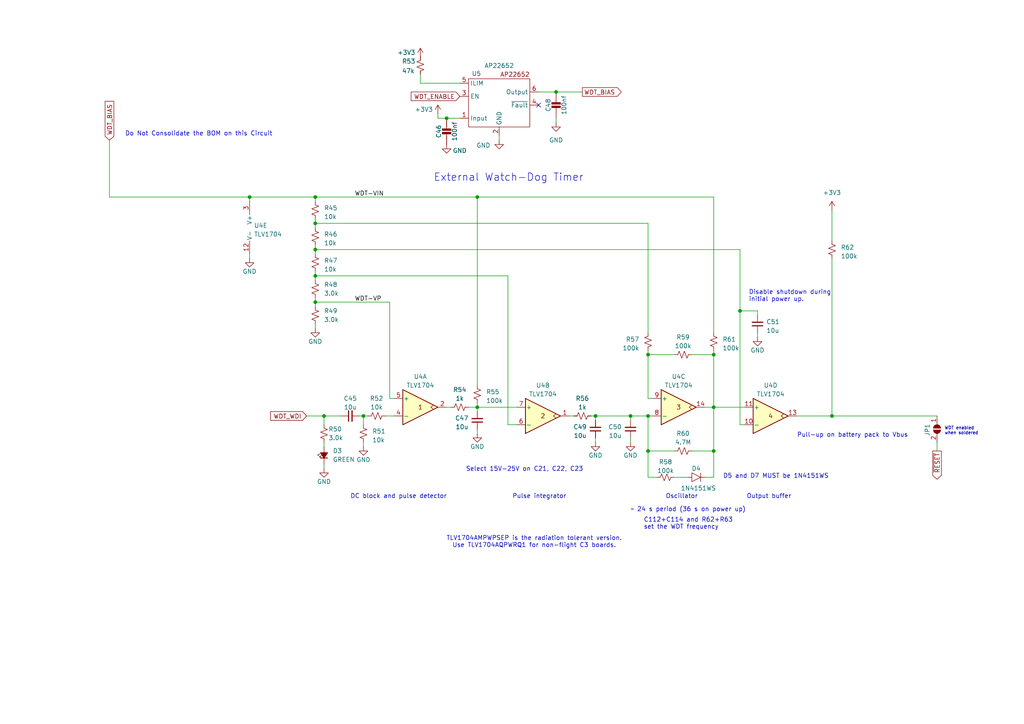
<source format=kicad_sch>
(kicad_sch (version 20250114) (generator "eeschema") (generator_version "9.0")
  (paper "A4")
  (lib_symbols
    (symbol "Adafruit ItsyBitsy RP2040-eagle-import:CAP_CERAMIC_0402NO"
      (property "Reference" "C" (at -2.29 1.25 90))
      (property "Value" "CAP_CERAMIC_0402NO" (at 2.3 1.25 90))
      (symbol "CAP_CERAMIC_0402NO_1_0"
        (rectangle (start -1.27 1.524) (end 1.27 2.032) (fill (type outline)))
        (rectangle (start -1.27 0.508) (end 1.27 1.016) (fill (type outline)))
        (polyline (pts (xy 0 2.54) (xy 0 1.778)) (stroke (width 0.1524)))
        (polyline (pts (xy 0 0.762) (xy 0 0)) (stroke (width 0.1524)))
        (pin passive line (at 0 5.08 270) (length 2.54) (name "1") (number "1"))
        (pin passive line (at 0 -2.54 90) (length 2.54) (name "2") (number "2"))
      )
    )
    (symbol "Device:C_Small" (pin_numbers (hide yes)) (pin_names (offset 0.254) (hide yes))
      (property "Reference" "C" (at 0.254 1.778 0))
      (property "Value" "C_Small" (at 0.254 -2.032 0))
      (symbol "C_Small_0_1"
        (polyline (pts (xy -1.524 0.508) (xy 1.524 0.508)) (stroke (width 0.3048)))
        (polyline (pts (xy -1.524 -0.508) (xy 1.524 -0.508)) (stroke (width 0.3302)))
      )
      (symbol "C_Small_1_1"
        (pin passive line (at 0 2.54 270) (length 2.032) (name "~") (number "1"))
        (pin passive line (at 0 -2.54 90) (length 2.032) (name "~") (number "2"))
      )
    )
    (symbol "Device:LED_Small_Filled" (pin_numbers (hide yes)) (pin_names (offset 0.254) (hide yes))
      (property "Reference" "D" (at -1.27 3.175 0))
      (property "Value" "LED_Small_Filled" (at -4.445 -2.54 0))
      (symbol "LED_Small_Filled_0_1"
        (polyline (pts (xy -0.762 -1.016) (xy -0.762 1.016)) (stroke (width 0.254)))
        (polyline (pts (xy 0 0.762) (xy -0.508 1.27) (xy -0.254 1.27) (xy -0.508 1.27) (xy -0.508 1.016)))
        (polyline (pts (xy 0.508 1.27) (xy 0 1.778) (xy 0.254 1.778) (xy 0 1.778) (xy 0 1.524)))
        (polyline (pts (xy 0.762 -1.016) (xy -0.762 0) (xy 0.762 1.016) (xy 0.762 -1.016)) (stroke (width 0.254)) (fill (type outline)))
        (polyline (pts (xy 1.016 0) (xy -0.762 0)))
      )
      (symbol "LED_Small_Filled_1_1"
        (pin passive line (at -2.54 0 0) (length 1.778) (name "K") (number "1"))
        (pin passive line (at 2.54 0 180) (length 1.778) (name "A") (number "2"))
      )
    )
    (symbol "Device:R_Small_US" (pin_numbers (hide yes)) (pin_names (offset 0.254) (hide yes))
      (property "Reference" "R" (at 0.762 0.508 0))
      (property "Value" "R_Small_US" (at 0.762 -1.016 0))
      (symbol "R_Small_US_1_1"
        (polyline (pts (xy 0 1.524) (xy 1.016 1.143) (xy 0 0.762) (xy -1.016 0.381) (xy 0 0)))
        (polyline (pts (xy 0 0) (xy 1.016 -0.381) (xy 0 -0.762) (xy -1.016 -1.143) (xy 0 -1.524)))
        (pin passive line (at 0 2.54 270) (length 1.016) (name "~") (number "1"))
        (pin passive line (at 0 -2.54 90) (length 1.016) (name "~") (number "2"))
      )
    )
    (symbol "GND_1" (power) (pin_numbers (hide yes)) (pin_names (offset 0) (hide yes))
      (property "Value" "GND" (at 0 -3.81 0))
      (symbol "GND_1_0_1"
        (polyline (pts (xy 0 0) (xy 0 -1.27) (xy 1.27 -1.27) (xy 0 -2.54) (xy -1.27 -1.27) (xy 0 -1.27)))
      )
      (symbol "GND_1_1_1"
        (pin power_in line (at 0 0 270) (length 0) (name "~") (number "1"))
      )
    )
    (symbol "Jumper:SolderJumper_2_Open" (pin_names (offset 0) (hide yes))
      (property "Reference" "JP" (at 0 2.032 0))
      (property "Value" "SolderJumper_2_Open" (at 0 -2.54 0))
      (symbol "SolderJumper_2_Open_0_1"
        (polyline (pts (xy -0.254 1.016) (xy -0.254 -1.016)))
        (arc (start -0.254 -1.016) (mid -1.2656 0) (end -0.254 1.016))
        (arc (start -0.254 -1.016) (mid -1.2656 0) (end -0.254 1.016) (fill (type outline)))
        (arc (start 0.254 1.016) (mid 1.2656 0) (end 0.254 -1.016))
        (arc (start 0.254 1.016) (mid 1.2656 0) (end 0.254 -1.016) (fill (type outline)))
        (polyline (pts (xy 0.254 1.016) (xy 0.254 -1.016)))
      )
      (symbol "SolderJumper_2_Open_1_1"
        (pin passive line (at -3.81 0 0) (length 2.54) (name "A") (number "1"))
        (pin passive line (at 3.81 0 180) (length 2.54) (name "B") (number "2"))
      )
    )
    (symbol "Power_Management:AP22652"
      (property "Reference" "U" (at -7.874 9.906 0))
      (symbol "AP22652_0_1"
        (rectangle (start -8.89 8.89) (end 8.89 -5.08))
      )
      (symbol "AP22652_1_1"
        (text "AP22652" (at 4.572 10.16 0) (effects (font (size 1.27 1.27))))
        (pin input line (at -11.43 7.62 0) (length 2.54) (name "ILIM") (number "5"))
        (pin input line (at -11.43 3.81 0) (length 2.54) (name "EN") (number "3"))
        (pin input line (at -11.43 -2.54 0) (length 2.54) (name "Input") (number "1"))
        (pin input line (at 0 -7.62 90) (length 2.54) (name "GND") (number "2"))
        (pin output line (at 11.43 5.08 180) (length 2.54) (name "Output") (number "6"))
        (pin output line (at 11.43 1.27 180) (length 2.54) (name "~{Fault}") (number "4"))
      )
    )
    (symbol "TLV1704AIPWR_1" (pin_names (offset 0.127))
      (property "Reference" "U" (at 0 5.08 0))
      (property "Value" "TLV1704AIPWR" (at 0 -5.08 0))
      (symbol "TLV1704AIPWR_1_1_1"
        (polyline (pts (xy -5.08 5.08) (xy 5.08 0) (xy -5.08 -5.08) (xy -5.08 5.08)) (stroke (width 0.254)) (fill (type background)))
        (polyline (pts (xy 3.048 0) (xy 3.81 -0.635)))
        (polyline (pts (xy 3.81 0.635) (xy 3.048 0)))
        (text "1" (at 0 0 0) (effects (font (size 1.27 1.27))))
        (pin input line (at -7.62 2.54 0) (length 2.54) (name "+") (number "5"))
        (pin input line (at -7.62 -2.54 0) (length 2.54) (name "-") (number "4"))
        (pin open_collector line (at 7.62 0 180) (length 2.54) (name "~") (number "2"))
      )
      (symbol "TLV1704AIPWR_1_2_1"
        (polyline (pts (xy -5.08 5.08) (xy 5.08 0) (xy -5.08 -5.08) (xy -5.08 5.08)) (stroke (width 0.254)) (fill (type background)))
        (polyline (pts (xy 3.048 0) (xy 3.81 -0.635)))
        (polyline (pts (xy 3.81 0.635) (xy 3.048 0)))
        (text "2" (at 0 0 0) (effects (font (size 1.27 1.27))))
        (pin input line (at -7.62 2.54 0) (length 2.54) (name "+") (number "7"))
        (pin input line (at -7.62 -2.54 0) (length 2.54) (name "-") (number "6"))
        (pin open_collector line (at 7.62 0 180) (length 2.54) (name "~") (number "1"))
      )
      (symbol "TLV1704AIPWR_1_3_1"
        (polyline (pts (xy -5.08 5.08) (xy 5.08 0) (xy -5.08 -5.08) (xy -5.08 5.08)) (stroke (width 0.254)) (fill (type background)))
        (polyline (pts (xy 3.048 0) (xy 3.81 -0.635)))
        (polyline (pts (xy 3.81 0.635) (xy 3.048 0)))
        (text "3" (at 0 0 0) (effects (font (size 1.27 1.27))))
        (pin input line (at -7.62 2.54 0) (length 2.54) (name "+") (number "9"))
        (pin input line (at -7.62 -2.54 0) (length 2.54) (name "-") (number "8"))
        (pin open_collector line (at 7.62 0 180) (length 2.54) (name "~") (number "14"))
      )
      (symbol "TLV1704AIPWR_1_4_1"
        (polyline (pts (xy -5.08 5.08) (xy 5.08 0) (xy -5.08 -5.08) (xy -5.08 5.08)) (stroke (width 0.254)) (fill (type background)))
        (polyline (pts (xy 3.048 0) (xy 3.81 -0.635)))
        (polyline (pts (xy 3.81 0.635) (xy 3.048 0)))
        (text "4" (at 0 0 0) (effects (font (size 1.27 1.27))))
        (pin input line (at -7.62 2.54 0) (length 2.54) (name "+") (number "11"))
        (pin input line (at -7.62 -2.54 0) (length 2.54) (name "-") (number "10"))
        (pin open_collector line (at 7.62 0 180) (length 2.54) (name "~") (number "13"))
      )
      (symbol "TLV1704AIPWR_1_5_1"
        (pin power_in line (at -2.54 7.62 270) (length 3.81) (name "V+") (number "3"))
        (pin power_in line (at -2.54 -7.62 90) (length 3.81) (name "V-") (number "12"))
      )
    )
    (symbol "TLV1704AIPWR_2" (pin_names (offset 0.127))
      (property "Reference" "U" (at 0 5.08 0))
      (property "Value" "TLV1704AIPWR" (at 0 -5.08 0))
      (symbol "TLV1704AIPWR_2_1_1"
        (polyline (pts (xy -5.08 5.08) (xy 5.08 0) (xy -5.08 -5.08) (xy -5.08 5.08)) (stroke (width 0.254)) (fill (type background)))
        (polyline (pts (xy 3.048 0) (xy 3.81 -0.635)))
        (polyline (pts (xy 3.81 0.635) (xy 3.048 0)))
        (text "1" (at 0 0 0) (effects (font (size 1.27 1.27))))
        (pin input line (at -7.62 2.54 0) (length 2.54) (name "+") (number "5"))
        (pin input line (at -7.62 -2.54 0) (length 2.54) (name "-") (number "4"))
        (pin open_collector line (at 7.62 0 180) (length 2.54) (name "~") (number "2"))
      )
      (symbol "TLV1704AIPWR_2_2_1"
        (polyline (pts (xy -5.08 5.08) (xy 5.08 0) (xy -5.08 -5.08) (xy -5.08 5.08)) (stroke (width 0.254)) (fill (type background)))
        (polyline (pts (xy 3.048 0) (xy 3.81 -0.635)))
        (polyline (pts (xy 3.81 0.635) (xy 3.048 0)))
        (text "2" (at 0 0 0) (effects (font (size 1.27 1.27))))
        (pin input line (at -7.62 2.54 0) (length 2.54) (name "+") (number "7"))
        (pin input line (at -7.62 -2.54 0) (length 2.54) (name "-") (number "6"))
        (pin open_collector line (at 7.62 0 180) (length 2.54) (name "~") (number "1"))
      )
      (symbol "TLV1704AIPWR_2_3_1"
        (polyline (pts (xy -5.08 5.08) (xy 5.08 0) (xy -5.08 -5.08) (xy -5.08 5.08)) (stroke (width 0.254)) (fill (type background)))
        (polyline (pts (xy 3.048 0) (xy 3.81 -0.635)))
        (polyline (pts (xy 3.81 0.635) (xy 3.048 0)))
        (text "3" (at 0 0 0) (effects (font (size 1.27 1.27))))
        (pin input line (at -7.62 2.54 0) (length 2.54) (name "+") (number "9"))
        (pin input line (at -7.62 -2.54 0) (length 2.54) (name "-") (number "8"))
        (pin open_collector line (at 7.62 0 180) (length 2.54) (name "~") (number "14"))
      )
      (symbol "TLV1704AIPWR_2_4_1"
        (polyline (pts (xy -5.08 5.08) (xy 5.08 0) (xy -5.08 -5.08) (xy -5.08 5.08)) (stroke (width 0.254)) (fill (type background)))
        (polyline (pts (xy 3.048 0) (xy 3.81 -0.635)))
        (polyline (pts (xy 3.81 0.635) (xy 3.048 0)))
        (text "4" (at 0 0 0) (effects (font (size 1.27 1.27))))
        (pin input line (at -7.62 2.54 0) (length 2.54) (name "+") (number "11"))
        (pin input line (at -7.62 -2.54 0) (length 2.54) (name "-") (number "10"))
        (pin open_collector line (at 7.62 0 180) (length 2.54) (name "~") (number "13"))
      )
      (symbol "TLV1704AIPWR_2_5_1"
        (pin power_in line (at -2.54 7.62 270) (length 3.81) (name "V+") (number "3"))
        (pin power_in line (at -2.54 -7.62 90) (length 3.81) (name "V-") (number "12"))
      )
    )
    (symbol "TLV1704AIPWR_3" (pin_names (offset 0.127))
      (property "Reference" "U" (at 0 5.08 0))
      (property "Value" "TLV1704AIPWR" (at 0 -5.08 0))
      (symbol "TLV1704AIPWR_3_1_1"
        (polyline (pts (xy -5.08 5.08) (xy 5.08 0) (xy -5.08 -5.08) (xy -5.08 5.08)) (stroke (width 0.254)) (fill (type background)))
        (polyline (pts (xy 3.048 0) (xy 3.81 -0.635)))
        (polyline (pts (xy 3.81 0.635) (xy 3.048 0)))
        (text "1" (at 0 0 0) (effects (font (size 1.27 1.27))))
        (pin input line (at -7.62 2.54 0) (length 2.54) (name "+") (number "5"))
        (pin input line (at -7.62 -2.54 0) (length 2.54) (name "-") (number "4"))
        (pin open_collector line (at 7.62 0 180) (length 2.54) (name "~") (number "2"))
      )
      (symbol "TLV1704AIPWR_3_2_1"
        (polyline (pts (xy -5.08 5.08) (xy 5.08 0) (xy -5.08 -5.08) (xy -5.08 5.08)) (stroke (width 0.254)) (fill (type background)))
        (polyline (pts (xy 3.048 0) (xy 3.81 -0.635)))
        (polyline (pts (xy 3.81 0.635) (xy 3.048 0)))
        (text "2" (at 0 0 0) (effects (font (size 1.27 1.27))))
        (pin input line (at -7.62 2.54 0) (length 2.54) (name "+") (number "7"))
        (pin input line (at -7.62 -2.54 0) (length 2.54) (name "-") (number "6"))
        (pin open_collector line (at 7.62 0 180) (length 2.54) (name "~") (number "1"))
      )
      (symbol "TLV1704AIPWR_3_3_1"
        (polyline (pts (xy -5.08 5.08) (xy 5.08 0) (xy -5.08 -5.08) (xy -5.08 5.08)) (stroke (width 0.254)) (fill (type background)))
        (polyline (pts (xy 3.048 0) (xy 3.81 -0.635)))
        (polyline (pts (xy 3.81 0.635) (xy 3.048 0)))
        (text "3" (at 0 0 0) (effects (font (size 1.27 1.27))))
        (pin input line (at -7.62 2.54 0) (length 2.54) (name "+") (number "9"))
        (pin input line (at -7.62 -2.54 0) (length 2.54) (name "-") (number "8"))
        (pin open_collector line (at 7.62 0 180) (length 2.54) (name "~") (number "14"))
      )
      (symbol "TLV1704AIPWR_3_4_1"
        (polyline (pts (xy -5.08 5.08) (xy 5.08 0) (xy -5.08 -5.08) (xy -5.08 5.08)) (stroke (width 0.254)) (fill (type background)))
        (polyline (pts (xy 3.048 0) (xy 3.81 -0.635)))
        (polyline (pts (xy 3.81 0.635) (xy 3.048 0)))
        (text "4" (at 0 0 0) (effects (font (size 1.27 1.27))))
        (pin input line (at -7.62 2.54 0) (length 2.54) (name "+") (number "11"))
        (pin input line (at -7.62 -2.54 0) (length 2.54) (name "-") (number "10"))
        (pin open_collector line (at 7.62 0 180) (length 2.54) (name "~") (number "13"))
      )
      (symbol "TLV1704AIPWR_3_5_1"
        (pin power_in line (at -2.54 7.62 270) (length 3.81) (name "V+") (number "3"))
        (pin power_in line (at -2.54 -7.62 90) (length 3.81) (name "V-") (number "12"))
      )
    )
    (symbol "TLV1704AIPWR_4" (pin_names (offset 0.127))
      (property "Reference" "U" (at 0 5.08 0))
      (property "Value" "TLV1704AIPWR" (at 0 -5.08 0))
      (symbol "TLV1704AIPWR_4_1_1"
        (polyline (pts (xy -5.08 5.08) (xy 5.08 0) (xy -5.08 -5.08) (xy -5.08 5.08)) (stroke (width 0.254)) (fill (type background)))
        (polyline (pts (xy 3.048 0) (xy 3.81 -0.635)))
        (polyline (pts (xy 3.81 0.635) (xy 3.048 0)))
        (text "1" (at 0 0 0) (effects (font (size 1.27 1.27))))
        (pin input line (at -7.62 2.54 0) (length 2.54) (name "+") (number "5"))
        (pin input line (at -7.62 -2.54 0) (length 2.54) (name "-") (number "4"))
        (pin open_collector line (at 7.62 0 180) (length 2.54) (name "~") (number "2"))
      )
      (symbol "TLV1704AIPWR_4_2_1"
        (polyline (pts (xy -5.08 5.08) (xy 5.08 0) (xy -5.08 -5.08) (xy -5.08 5.08)) (stroke (width 0.254)) (fill (type background)))
        (polyline (pts (xy 3.048 0) (xy 3.81 -0.635)))
        (polyline (pts (xy 3.81 0.635) (xy 3.048 0)))
        (text "2" (at 0 0 0) (effects (font (size 1.27 1.27))))
        (pin input line (at -7.62 2.54 0) (length 2.54) (name "+") (number "7"))
        (pin input line (at -7.62 -2.54 0) (length 2.54) (name "-") (number "6"))
        (pin open_collector line (at 7.62 0 180) (length 2.54) (name "~") (number "1"))
      )
      (symbol "TLV1704AIPWR_4_3_1"
        (polyline (pts (xy -5.08 5.08) (xy 5.08 0) (xy -5.08 -5.08) (xy -5.08 5.08)) (stroke (width 0.254)) (fill (type background)))
        (polyline (pts (xy 3.048 0) (xy 3.81 -0.635)))
        (polyline (pts (xy 3.81 0.635) (xy 3.048 0)))
        (text "3" (at 0 0 0) (effects (font (size 1.27 1.27))))
        (pin input line (at -7.62 2.54 0) (length 2.54) (name "+") (number "9"))
        (pin input line (at -7.62 -2.54 0) (length 2.54) (name "-") (number "8"))
        (pin open_collector line (at 7.62 0 180) (length 2.54) (name "~") (number "14"))
      )
      (symbol "TLV1704AIPWR_4_4_1"
        (polyline (pts (xy -5.08 5.08) (xy 5.08 0) (xy -5.08 -5.08) (xy -5.08 5.08)) (stroke (width 0.254)) (fill (type background)))
        (polyline (pts (xy 3.048 0) (xy 3.81 -0.635)))
        (polyline (pts (xy 3.81 0.635) (xy 3.048 0)))
        (text "4" (at 0 0 0) (effects (font (size 1.27 1.27))))
        (pin input line (at -7.62 2.54 0) (length 2.54) (name "+") (number "11"))
        (pin input line (at -7.62 -2.54 0) (length 2.54) (name "-") (number "10"))
        (pin open_collector line (at 7.62 0 180) (length 2.54) (name "~") (number "13"))
      )
      (symbol "TLV1704AIPWR_4_5_1"
        (pin power_in line (at -2.54 7.62 270) (length 3.81) (name "V+") (number "3"))
        (pin power_in line (at -2.54 -7.62 90) (length 3.81) (name "V-") (number "12"))
      )
    )
    (symbol "oresat-diodes:1N4151WS-HE3" (pin_numbers (hide yes)) (pin_names (offset 0) (hide yes))
      (property "Reference" "D" (at 0 2.54 0))
      (property "Value" "1N4151WS" (at 0 -2.54 0))
      (symbol "1N4151WS-HE3_0_1"
        (polyline (pts (xy 1.27 0) (xy 1.27 1.27) (xy 1.27 -1.27) (xy 1.27 0) (xy -1.27 1.27) (xy -1.27 -1.27) (xy 1.27 0)))
      )
      (symbol "1N4151WS-HE3_1_1"
        (pin passive line (at -2.54 0 0) (length 1.27) (name "2") (number "2"))
        (pin passive line (at 2.54 0 180) (length 1.27) (name "1") (number "1"))
      )
    )
    (symbol "oresat-ics:TLV1704AIPWR" (pin_names (offset 0.127))
      (property "Reference" "U" (at 0 5.08 0))
      (property "Value" "TLV1704AIPWR" (at 0 -5.08 0))
      (symbol "TLV1704AIPWR_1_1"
        (polyline (pts (xy -5.08 5.08) (xy 5.08 0) (xy -5.08 -5.08) (xy -5.08 5.08)) (stroke (width 0.254)) (fill (type background)))
        (polyline (pts (xy 3.048 0) (xy 3.81 -0.635)))
        (polyline (pts (xy 3.81 0.635) (xy 3.048 0)))
        (text "1" (at 0 0 0) (effects (font (size 1.27 1.27))))
        (pin input line (at -7.62 2.54 0) (length 2.54) (name "+") (number "5"))
        (pin input line (at -7.62 -2.54 0) (length 2.54) (name "-") (number "4"))
        (pin open_collector line (at 7.62 0 180) (length 2.54) (name "~") (number "2"))
      )
      (symbol "TLV1704AIPWR_2_1"
        (polyline (pts (xy -5.08 5.08) (xy 5.08 0) (xy -5.08 -5.08) (xy -5.08 5.08)) (stroke (width 0.254)) (fill (type background)))
        (polyline (pts (xy 3.048 0) (xy 3.81 -0.635)))
        (polyline (pts (xy 3.81 0.635) (xy 3.048 0)))
        (text "2" (at 0 0 0) (effects (font (size 1.27 1.27))))
        (pin input line (at -7.62 2.54 0) (length 2.54) (name "+") (number "7"))
        (pin input line (at -7.62 -2.54 0) (length 2.54) (name "-") (number "6"))
        (pin open_collector line (at 7.62 0 180) (length 2.54) (name "~") (number "1"))
      )
      (symbol "TLV1704AIPWR_3_1"
        (polyline (pts (xy -5.08 5.08) (xy 5.08 0) (xy -5.08 -5.08) (xy -5.08 5.08)) (stroke (width 0.254)) (fill (type background)))
        (polyline (pts (xy 3.048 0) (xy 3.81 -0.635)))
        (polyline (pts (xy 3.81 0.635) (xy 3.048 0)))
        (text "3" (at 0 0 0) (effects (font (size 1.27 1.27))))
        (pin input line (at -7.62 2.54 0) (length 2.54) (name "+") (number "9"))
        (pin input line (at -7.62 -2.54 0) (length 2.54) (name "-") (number "8"))
        (pin open_collector line (at 7.62 0 180) (length 2.54) (name "~") (number "14"))
      )
      (symbol "TLV1704AIPWR_4_1"
        (polyline (pts (xy -5.08 5.08) (xy 5.08 0) (xy -5.08 -5.08) (xy -5.08 5.08)) (stroke (width 0.254)) (fill (type background)))
        (polyline (pts (xy 3.048 0) (xy 3.81 -0.635)))
        (polyline (pts (xy 3.81 0.635) (xy 3.048 0)))
        (text "4" (at 0 0 0) (effects (font (size 1.27 1.27))))
        (pin input line (at -7.62 2.54 0) (length 2.54) (name "+") (number "11"))
        (pin input line (at -7.62 -2.54 0) (length 2.54) (name "-") (number "10"))
        (pin open_collector line (at 7.62 0 180) (length 2.54) (name "~") (number "13"))
      )
      (symbol "TLV1704AIPWR_5_1"
        (pin power_in line (at -2.54 7.62 270) (length 3.81) (name "V+") (number "3"))
        (pin power_in line (at -2.54 -7.62 90) (length 3.81) (name "V-") (number "12"))
      )
    )
    (symbol "power:+3V3" (power) (pin_numbers (hide yes)) (pin_names (offset 0) (hide yes))
      (property "Value" "+3V3" (at 0 3.556 0))
      (symbol "+3V3_0_1"
        (polyline (pts (xy -0.762 1.27) (xy 0 2.54)))
        (polyline (pts (xy 0 2.54) (xy 0.762 1.27)))
        (polyline (pts (xy 0 0) (xy 0 2.54)))
      )
      (symbol "+3V3_1_1"
        (pin power_in line (at 0 0 90) (length 0) (name "~") (number "1"))
      )
    )
    (symbol "power:GND" (power) (pin_names (offset 0))
      (property "Value" "GND" (at 0 -3.81 0))
      (symbol "GND_0_1"
        (polyline (pts (xy 0 0) (xy 0 -1.27) (xy 1.27 -1.27) (xy 0 -2.54) (xy -1.27 -1.27) (xy 0 -1.27)))
      )
      (symbol "GND_1_1"
        (pin power_in line (at 0 0 270) (length 0) (hide yes) (name "GND") (number "1"))
      )
    )
  )
  (text "DC block and pulse detector" (at 101.6 144.78 0) (effects (font (size 1.27 1.27)) (justify left bottom)))
  (text "Output buffer" (at 216.535 144.78 0) (effects (font (size 1.27 1.27)) (justify left bottom)))
  (text "Select 15V-25V on C21, C22, C23" (at 152.146 136.144 0) (effects (font (size 1.27 1.27))))
  (text "TLV1704AMPWPSEP is the radiation tolerant version.\nUse TLV1704AQPWRQ1 for non-flight C3 boards." (at 154.94 157.226 0) (effects (font (size 1.27 1.27))))
  (text "External Watch-Dog Timer" (at 125.73 52.832 0) (effects (font (size 2.159 2.159)) (justify left bottom)))
  (text "Do Not Consolidate the BOM on this Circuit" (at 57.658 38.862 0) (effects (font (size 1.27 1.27))))
  (text "Pull-up on battery pack to Vbus" (at 231.14 127 0) (effects (font (size 1.27 1.27)) (justify left bottom)))
  (text "Disable shutdown during\ninitial power up." (at 217.17 87.63 0) (effects (font (size 1.27 1.27)) (justify left bottom)))
  (text "C112+C114 and R62+R63 \nset the WDT frequency" (at 186.69 153.67 0) (effects (font (size 1.27 1.27)) (justify left bottom)))
  (text "WDT enabled\nwhen soldered" (at 273.939 126.238 0) (effects (font (size 0.889 0.889)) (justify left bottom)))
  (text "Pulse integrator" (at 148.59 144.78 0) (effects (font (size 1.27 1.27)) (justify left bottom)))
  (text "D5 and D7 MUST be 1N4151WS" (at 225.044 138.176 0) (effects (font (size 1.27 1.27))))
  (text "Oscillator" (at 193.04 144.78 0) (effects (font (size 1.27 1.27)) (justify left bottom)))
  (text "~ 24 s period (36 s on power up)" (at 182.88 148.59 0) (effects (font (size 1.27 1.27)) (justify left bottom)))
  (junction (at 138.43 118.11))
  (junction (at 182.88 120.65))
  (junction (at 207.01 102.87))
  (junction (at 214.63 90.17))
  (junction (at 138.43 57.15))
  (junction (at 91.44 72.39))
  (junction (at 93.98 120.65))
  (junction (at 91.44 87.63))
  (junction (at 161.29 26.67))
  (junction (at 187.96 102.87))
  (junction (at 105.41 120.65))
  (junction (at 187.96 120.65))
  (junction (at 91.44 57.15))
  (junction (at 91.44 64.77))
  (junction (at 187.96 130.81))
  (junction (at 207.01 118.11))
  (junction (at 241.3 120.65))
  (junction (at 91.44 80.01))
  (junction (at 172.72 120.65))
  (junction (at 129.54 34.29))
  (junction (at 72.39 57.15))
  (junction (at 207.01 130.81))
  (no_connect (at 156.21 30.48))
  (wire (pts (xy 187.96 138.43) (xy 187.96 130.81)))
  (wire (pts (xy 138.43 57.15) (xy 138.43 111.76)))
  (wire (pts (xy 91.44 58.42) (xy 91.44 57.15)))
  (wire (pts (xy 147.32 80.01) (xy 147.32 123.19)))
  (wire (pts (xy 161.29 26.67) (xy 168.91 26.67)))
  (wire (pts (xy 219.71 97.79) (xy 219.71 96.52)))
  (wire (pts (xy 241.3 74.93) (xy 241.3 120.65)))
  (wire (pts (xy 144.78 39.37) (xy 144.78 40.64)))
  (wire (pts (xy 91.44 93.98) (xy 91.44 95.25)))
  (wire (pts (xy 187.96 130.81) (xy 187.96 120.65)))
  (wire (pts (xy 104.14 120.65) (xy 105.41 120.65)))
  (wire (pts (xy 31.75 57.15) (xy 72.39 57.15)))
  (wire (pts (xy 91.44 87.63) (xy 91.44 88.9)))
  (wire (pts (xy 204.47 118.11) (xy 207.01 118.11)))
  (wire (pts (xy 207.01 102.87) (xy 207.01 118.11)))
  (wire (pts (xy 121.92 24.13) (xy 121.92 21.59)))
  (wire (pts (xy 187.96 102.87) (xy 195.58 102.87)))
  (wire (pts (xy 200.66 130.81) (xy 207.01 130.81)))
  (wire (pts (xy 91.44 86.36) (xy 91.44 87.63)))
  (wire (pts (xy 207.01 96.52) (xy 207.01 57.15)))
  (wire (pts (xy 182.88 121.92) (xy 182.88 120.65)))
  (wire (pts (xy 93.98 123.19) (xy 93.98 120.65)))
  (wire (pts (xy 127 33.02) (xy 127 34.29)))
  (wire (pts (xy 219.71 91.44) (xy 219.71 90.17)))
  (wire (pts (xy 138.43 118.11) (xy 138.43 116.84)))
  (wire (pts (xy 271.78 128.27) (xy 271.78 130.81)))
  (wire (pts (xy 187.96 96.52) (xy 187.96 64.77)))
  (wire (pts (xy 161.29 34.29) (xy 161.29 35.56)))
  (wire (pts (xy 105.41 120.65) (xy 106.68 120.65)))
  (wire (pts (xy 72.39 58.42) (xy 72.39 57.15)))
  (wire (pts (xy 31.75 40.64) (xy 31.75 57.15)))
  (wire (pts (xy 133.35 24.13) (xy 121.92 24.13)))
  (wire (pts (xy 72.39 74.93) (xy 72.39 73.66)))
  (wire (pts (xy 171.45 120.65) (xy 172.72 120.65)))
  (wire (pts (xy 91.44 64.77) (xy 91.44 66.04)))
  (wire (pts (xy 138.43 118.11) (xy 138.43 119.38)))
  (wire (pts (xy 72.39 57.15) (xy 91.44 57.15)))
  (wire (pts (xy 182.88 120.65) (xy 187.96 120.65)))
  (wire (pts (xy 127 34.29) (xy 129.54 34.29)))
  (wire (pts (xy 165.1 120.65) (xy 166.37 120.65)))
  (wire (pts (xy 129.54 34.29) (xy 133.35 34.29)))
  (wire (pts (xy 111.76 120.65) (xy 114.3 120.65)))
  (wire (pts (xy 91.44 78.74) (xy 91.44 80.01)))
  (wire (pts (xy 207.01 138.43) (xy 207.01 130.81)))
  (wire (pts (xy 182.88 128.27) (xy 182.88 127)))
  (wire (pts (xy 129.54 118.11) (xy 130.81 118.11)))
  (wire (pts (xy 214.63 72.39) (xy 214.63 90.17)))
  (wire (pts (xy 147.32 123.19) (xy 149.86 123.19)))
  (wire (pts (xy 91.44 80.01) (xy 91.44 81.28)))
  (wire (pts (xy 93.98 120.65) (xy 99.06 120.65)))
  (wire (pts (xy 172.72 120.65) (xy 182.88 120.65)))
  (wire (pts (xy 105.41 120.65) (xy 105.41 123.19)))
  (wire (pts (xy 187.96 101.6) (xy 187.96 102.87)))
  (wire (pts (xy 138.43 125.73) (xy 138.43 124.46)))
  (wire (pts (xy 138.43 57.15) (xy 207.01 57.15)))
  (wire (pts (xy 200.66 102.87) (xy 207.01 102.87)))
  (wire (pts (xy 88.9 120.65) (xy 93.98 120.65)))
  (wire (pts (xy 91.44 72.39) (xy 214.63 72.39)))
  (wire (pts (xy 204.47 138.43) (xy 207.01 138.43)))
  (wire (pts (xy 214.63 123.19) (xy 215.9 123.19)))
  (wire (pts (xy 214.63 90.17) (xy 219.71 90.17)))
  (wire (pts (xy 138.43 57.15) (xy 91.44 57.15)))
  (wire (pts (xy 172.72 128.27) (xy 172.72 127)))
  (wire (pts (xy 156.21 26.67) (xy 161.29 26.67)))
  (wire (pts (xy 207.01 118.11) (xy 215.9 118.11)))
  (wire (pts (xy 241.3 120.65) (xy 271.78 120.65)))
  (wire (pts (xy 91.44 72.39) (xy 91.44 73.66)))
  (wire (pts (xy 241.3 60.96) (xy 241.3 69.85)))
  (wire (pts (xy 195.58 130.81) (xy 187.96 130.81)))
  (wire (pts (xy 187.96 115.57) (xy 187.96 102.87)))
  (wire (pts (xy 207.01 101.6) (xy 207.01 102.87)))
  (wire (pts (xy 91.44 80.01) (xy 147.32 80.01)))
  (wire (pts (xy 91.44 64.77) (xy 187.96 64.77)))
  (wire (pts (xy 105.41 128.27) (xy 105.41 129.54)))
  (wire (pts (xy 138.43 118.11) (xy 149.86 118.11)))
  (wire (pts (xy 187.96 120.65) (xy 189.23 120.65)))
  (wire (pts (xy 231.14 120.65) (xy 241.3 120.65)))
  (wire (pts (xy 113.03 115.57) (xy 114.3 115.57)))
  (wire (pts (xy 172.72 120.65) (xy 172.72 121.92)))
  (wire (pts (xy 93.98 128.27) (xy 93.98 129.54)))
  (wire (pts (xy 113.03 87.63) (xy 113.03 115.57)))
  (wire (pts (xy 214.63 90.17) (xy 214.63 123.19)))
  (wire (pts (xy 207.01 130.81) (xy 207.01 118.11)))
  (wire (pts (xy 187.96 138.43) (xy 190.5 138.43)))
  (wire (pts (xy 195.58 138.43) (xy 199.39 138.43)))
  (wire (pts (xy 93.98 135.89) (xy 93.98 134.62)))
  (wire (pts (xy 91.44 87.63) (xy 113.03 87.63)))
  (wire (pts (xy 91.44 71.12) (xy 91.44 72.39)))
  (wire (pts (xy 91.44 63.5) (xy 91.44 64.77)))
  (wire (pts (xy 135.89 118.11) (xy 138.43 118.11)))
  (wire (pts (xy 189.23 115.57) (xy 187.96 115.57)))
  (label "WDT-VIN" (at 102.87 57.15 0))
  (label "WDT-VP" (at 102.87 87.63 0))
  (global_label "WDT_ENABLE" (shape input) (at 133.35 27.94 180) (property "Intersheetrefs" "${INTERSHEET_REFS}" (effects (hide yes))))
  (global_label "WDT_BIAS" (shape output) (at 168.91 26.67 0) (property "Intersheetrefs" "${INTERSHEET_REFS}" (effects (hide yes))))
  (global_label "WDT_WDI" (shape input) (at 88.9 120.65 180) (effects (font (thickness 0.1588))) (property "Intersheetrefs" "${INTERSHEET_REFS}" (effects (hide yes))))
  (global_label "WDT_BIAS" (shape input) (at 31.75 40.64 90) (property "Intersheetrefs" "${INTERSHEET_REFS}" (effects (hide yes))))
  (global_label "~{RESET}" (shape output) (at 271.78 130.81 270) (property "Intersheetrefs" "${INTERSHEET_REFS}" (effects (hide yes))))
  (symbol (lib_id "Device:R_Small_US") (at 241.3 72.39 180) (unit 1)
    (property "Reference" "R62" (at 243.84 71.755 0) (effects (justify right)))
    (property "Value" "100k" (at 243.84 74.295 0) (effects (justify right)))
    (property "Footprint" "Resistor_SMD:R_0201_0603Metric" (effects (hide yes)))
    (property "Description" "100 kOhms ±5% 0.1W, 1/10W Chip Resistor 0603 (1608 Metric) Automotive AEC-Q200 Thick Film" (effects (hide yes)))
    (property "DPN" "RMCF0603FT100KCT-ND" (effects (hide yes)))
    (property "DST" "Digi-Key" (effects (hide yes)))
    (property "MFR" "Stackpole Electronics Inc" (effects (hide yes)))
    (property "MPN" "RMCF0603FT100K" (effects (hide yes)))
  )
  (symbol (lib_id "Device:R_Small_US") (at 133.35 118.11 90) (unit 1)
    (property "Reference" "R54" (at 133.35 113.03 90))
    (property "Value" "1k" (at 133.35 115.57 90))
    (property "Footprint" "Resistor_SMD:R_0201_0603Metric" (effects (hide yes)))
    (property "Description" "1 kOhms ±1% 0.1W, 1/10W Chip Resistor 0603 (1608 Metric) Automotive AEC-Q200 Thick Film" (effects (hide yes)))
    (property "DPN" "RMCF0603FT1K00CT-ND" (effects (hide yes)))
    (property "DST" "Digi-Key" (effects (hide yes)))
    (property "MFR" "Stackpole Electronics Inc" (effects (hide yes)))
    (property "MPN" "RMCF0603FT1K00" (effects (hide yes)))
  )
  (symbol (lib_name "GND_1") (lib_id "power:GND") (at 144.78 40.64 0) (unit 1)
    (property "Reference" "#PWR072" (effects (hide yes)))
    (property "Value" "GND" (at 140.208 42.164 0))
    (property "Description" "Power symbol creates a global label with name \"GND\" , ground" (effects (hide yes)))
  )
  (symbol (lib_id "power:+3V3") (at 121.92 16.51 0) (unit 1)
    (property "Reference" "#PWR068" (effects (hide yes)))
    (property "Value" "+3V3" (at 117.856 15.24 0))
    (property "Description" "Power symbol creates a global label with name \"+3V3\"" (effects (hide yes)))
  )
  (symbol (lib_id "Device:R_Small_US") (at 93.98 125.73 0) (unit 1)
    (property "Reference" "R50" (at 95.25 124.46 0) (effects (justify left)))
    (property "Value" "3.0k" (at 95.25 127 0) (effects (justify left)))
    (property "Footprint" "Resistor_SMD:R_0201_0603Metric" (effects (hide yes)))
    (property "Description" "3 kOhms ±1% 0.1W, 1/10W Chip Resistor 0603 (1608 Metric) Automotive AEC-Q200 Thick Film" (effects (hide yes)))
    (property "DPN" "RMCF0603FT3K00CT-ND" (effects (hide yes)))
    (property "DST" "Digi-Key" (effects (hide yes)))
    (property "MFR" "Stackpole Electronics Inc" (effects (hide yes)))
    (property "MPN" "RMCF0603FT3K00" (effects (hide yes)))
  )
  (symbol (lib_id "Power_Management:AP22652") (at 144.78 31.75 0) (unit 1)
    (property "Reference" "U5" (at 138.176 21.336 0))
    (property "Value" "AP22652" (at 144.78 19.05 0))
    (property "Footprint" "oresat_imports:SOT95P280X145-6N" (effects (hide yes)))
  )
  (symbol (lib_id "power:GND") (at 91.44 95.25 0) (unit 1)
    (property "Reference" "#PWR065" (effects (hide yes)))
    (property "Value" "GND" (at 91.44 99.06 0))
    (property "Description" "Power symbol creates a global label with name \"GND\" , ground" (effects (hide yes)))
  )
  (symbol (lib_id "Device:R_Small_US") (at 193.04 138.43 270) (unit 1)
    (property "Reference" "R58" (at 193.04 133.985 90))
    (property "Value" "100k" (at 193.04 136.525 90))
    (property "Footprint" "Resistor_SMD:R_0201_0603Metric" (effects (hide yes)))
    (property "Description" "100 kOhms ±5% 0.1W, 1/10W Chip Resistor 0603 (1608 Metric) Automotive AEC-Q200 Thick Film" (effects (hide yes)))
    (property "DPN" "RMCF0603FT100KCT-ND" (effects (hide yes)))
    (property "DST" "Digi-Key" (effects (hide yes)))
    (property "MFR" "Stackpole Electronics Inc" (effects (hide yes)))
    (property "MPN" "RMCF0603FT100K" (effects (hide yes)))
  )
  (symbol (lib_name "TLV1704AIPWR_1") (lib_id "oresat-ics:TLV1704AIPWR") (at 121.92 118.11 0) (unit 1)
    (property "Reference" "U4" (at 121.92 109.22 0))
    (property "Value" "TLV1704" (at 121.92 111.76 0))
    (property "Footprint" "Package_SO:TSSOP-14_4.4x5mm_P0.65mm" (effects (hide yes)))
    (property "Datasheet" "https://www.ti.com/lit/ds/symlink/tlv1704-sep.pdf" (effects (hide yes)))
    (property "Description" "Analog Comparators 2.2-V to 36-V, radiation tolerant microPower quad comparator in space enhanced plastic 14-TSSOP -55 to 125" (effects (hide yes)))
    (property "MFR" "Texas Instruments" (effects (hide yes)))
    (property "MPN" "TLV1704AQPWRQ1" (effects (hide yes)))
    (property "DST" "Digi-Key" (effects (hide yes)))
    (property "DPN" "296-43799-2-ND" (effects (hide yes)))
  )
  (symbol (lib_id "power:+3V3") (at 127 33.02 0) (unit 1)
    (property "Reference" "#PWR069" (effects (hide yes)))
    (property "Value" "+3V3" (at 122.936 31.75 0))
    (property "Description" "Power symbol creates a global label with name \"+3V3\"" (effects (hide yes)))
  )
  (symbol (lib_id "power:GND") (at 72.39 74.93 0) (mirror y) (unit 1)
    (property "Reference" "#PWR064" (effects (hide yes)))
    (property "Value" "GND" (at 72.39 78.74 0))
    (property "Description" "Power symbol creates a global label with name \"GND\" , ground" (effects (hide yes)))
  )
  (symbol (lib_id "Device:R_Small_US") (at 91.44 68.58 0) (unit 1)
    (property "Reference" "R46" (at 93.98 67.945 0) (effects (justify left)))
    (property "Value" "10k" (at 93.98 70.485 0) (effects (justify left)))
    (property "Footprint" "Resistor_SMD:R_0201_0603Metric" (effects (hide yes)))
    (property "Description" "10 kOhms ±1% 0.1W, 1/10W Chip Resistor 0603 (1608 Metric) Automotive AEC-Q200 Thick Film" (effects (hide yes)))
    (property "DPN" "RMCF0603FT10K0CT-ND" (effects (hide yes)))
    (property "DST" "Digi-Key" (effects (hide yes)))
    (property "MFR" "Stackpole Electronics Inc" (effects (hide yes)))
    (property "MPN" "RMCF0603FT10K0" (effects (hide yes)))
  )
  (symbol (lib_id "power:GND") (at 219.71 97.79 0) (mirror y) (unit 1)
    (property "Reference" "#PWR076" (effects (hide yes)))
    (property "Value" "GND" (at 219.71 101.6 0))
    (property "Description" "Power symbol creates a global label with name \"GND\" , ground" (effects (hide yes)))
  )
  (symbol (lib_id "Device:R_Small_US") (at 187.96 99.06 0) (mirror x) (unit 1)
    (property "Reference" "R57" (at 185.42 98.425 0) (effects (justify right)))
    (property "Value" "100k" (at 185.42 100.965 0) (effects (justify right)))
    (property "Footprint" "Resistor_SMD:R_0201_0603Metric" (effects (hide yes)))
    (property "Description" "100 kOhms ±5% 0.1W, 1/10W Chip Resistor 0603 (1608 Metric) Automotive AEC-Q200 Thick Film" (effects (hide yes)))
    (property "DPN" "RMCF0603FT100KCT-ND" (effects (hide yes)))
    (property "DST" "Digi-Key" (effects (hide yes)))
    (property "MFR" "Stackpole Electronics Inc" (effects (hide yes)))
    (property "MPN" "RMCF0603FT100K" (effects (hide yes)))
  )
  (symbol (lib_id "Device:R_Small_US") (at 109.22 120.65 90) (unit 1)
    (property "Reference" "R52" (at 109.22 115.57 90))
    (property "Value" "10k" (at 109.22 118.11 90))
    (property "Footprint" "Resistor_SMD:R_0201_0603Metric" (effects (hide yes)))
    (property "Description" "10 kOhms ±1% 0.1W, 1/10W Chip Resistor 0603 (1608 Metric) Automotive AEC-Q200 Thick Film" (effects (hide yes)))
    (property "DPN" "RMCF0603FT10K0CT-ND" (effects (hide yes)))
    (property "DST" "Digi-Key" (effects (hide yes)))
    (property "MFR" "Stackpole Electronics Inc" (effects (hide yes)))
    (property "MPN" "RMCF0603FT10K0" (effects (hide yes)))
  )
  (symbol (lib_id "power:GND") (at 93.98 135.89 0) (unit 1)
    (property "Reference" "#PWR066" (effects (hide yes)))
    (property "Value" "GND" (at 93.98 139.7 0))
    (property "Description" "Power symbol creates a global label with name \"GND\" , ground" (effects (hide yes)))
  )
  (symbol (lib_name "GND_1") (lib_id "power:GND") (at 129.54 41.91 0) (unit 1)
    (property "Reference" "#PWR070" (effects (hide yes)))
    (property "Value" "GND" (at 133.35 43.688 0))
    (property "Description" "Power symbol creates a global label with name \"GND\" , ground" (effects (hide yes)))
  )
  (symbol (lib_id "Device:C_Small") (at 182.88 124.46 0) (mirror x) (unit 1)
    (property "Reference" "C50" (at 180.34 123.8186 0) (effects (justify right)))
    (property "Value" "10u" (at 180.34 126.3586 0) (effects (justify right)))
    (property "Footprint" "Capacitor_SMD:C_0201_0603Metric" (effects (hide yes)))
    (property "Description" "10 µF ±10% 16V Ceramic Capacitor X5R 0603 (1608 Metric)" (effects (hide yes)))
    (property "DPN" "490-12317-1-ND" (effects (hide yes)))
    (property "DST" "Digi-Key" (effects (hide yes)))
    (property "MFR" "Murata" (effects (hide yes)))
    (property "MPN" "GRT188R61C106KE13D" (effects (hide yes)))
  )
  (symbol (lib_id "Device:C_Small") (at 219.71 93.98 180) (unit 1)
    (property "Reference" "C51" (at 222.25 93.3386 0) (effects (justify right)))
    (property "Value" "10u" (at 222.25 95.8786 0) (effects (justify right)))
    (property "Footprint" "Capacitor_SMD:C_0201_0603Metric" (effects (hide yes)))
    (property "Description" "10 µF ±10% 16V Ceramic Capacitor X5R 0603 (1608 Metric)" (effects (hide yes)))
    (property "DPN" "490-12317-1-ND" (effects (hide yes)))
    (property "DST" "Digi-Key" (effects (hide yes)))
    (property "MFR" "Murata" (effects (hide yes)))
    (property "MPN" "GRT188R61C106KE13D" (effects (hide yes)))
  )
  (symbol (lib_id "Device:C_Small") (at 138.43 121.92 0) (mirror x) (unit 1)
    (property "Reference" "C47" (at 135.89 121.2786 0) (effects (justify right)))
    (property "Value" "10u" (at 135.89 123.8186 0) (effects (justify right)))
    (property "Footprint" "Capacitor_SMD:C_0201_0603Metric" (effects (hide yes)))
    (property "Description" "10 µF ±10% 16V Ceramic Capacitor X5R 0603 (1608 Metric)" (effects (hide yes)))
    (property "DPN" "490-12317-1-ND" (effects (hide yes)))
    (property "DST" "Digi-Key" (effects (hide yes)))
    (property "MFR" "Murata" (effects (hide yes)))
    (property "MPN" "GRT188R61C106KE13D" (effects (hide yes)))
  )
  (symbol (lib_id "Device:R_Small_US") (at 91.44 60.96 0) (unit 1)
    (property "Reference" "R45" (at 93.98 60.325 0) (effects (justify left)))
    (property "Value" "10k" (at 93.98 62.865 0) (effects (justify left)))
    (property "Footprint" "Resistor_SMD:R_0201_0603Metric" (effects (hide yes)))
    (property "Description" "10 kOhms ±1% 0.1W, 1/10W Chip Resistor 0603 (1608 Metric) Automotive AEC-Q200 Thick Film" (effects (hide yes)))
    (property "DPN" "RMCF0603FT10K0CT-ND" (effects (hide yes)))
    (property "DST" "Digi-Key" (effects (hide yes)))
    (property "MFR" "Stackpole Electronics Inc" (effects (hide yes)))
    (property "MPN" "RMCF0603FT10K0" (effects (hide yes)))
  )
  (symbol (lib_id "Device:R_Small_US") (at 105.41 125.73 0) (unit 1)
    (property "Reference" "R51" (at 107.95 125.095 0) (effects (justify left)))
    (property "Value" "10k" (at 107.95 127.635 0) (effects (justify left)))
    (property "Footprint" "Resistor_SMD:R_0201_0603Metric" (effects (hide yes)))
    (property "Description" "10 kOhms ±1% 0.1W, 1/10W Chip Resistor 0603 (1608 Metric) Automotive AEC-Q200 Thick Film" (effects (hide yes)))
    (property "DPN" "RMCF0603FT10K0CT-ND" (effects (hide yes)))
    (property "DST" "Digi-Key" (effects (hide yes)))
    (property "MFR" "Stackpole Electronics Inc" (effects (hide yes)))
    (property "MPN" "RMCF0603FT10K0" (effects (hide yes)))
  )
  (symbol (lib_id "Device:R_Small_US") (at 121.92 19.05 0) (mirror y) (unit 1)
    (property "Reference" "R53" (at 116.586 17.78 0) (effects (justify right)))
    (property "Value" "47k" (at 116.586 20.574 0) (effects (justify right)))
    (property "Footprint" "Resistor_SMD:R_0201_0603Metric" (effects (hide yes)))
    (property "Description" "47 kOhms ±1% 0.1W, 1/10W Chip Resistor 0603 (1608 Metric) Automotive AEC-Q200 Thick Film" (effects (hide yes)))
    (property "DPN" "RMCF0603FT47K0CT-ND" (effects (hide yes)))
    (property "DST" "Digi-Key" (effects (hide yes)))
    (property "MFR" "Stackpole Electronics Inc" (effects (hide yes)))
    (property "MPN" "RMCF0603FT47K0" (effects (hide yes)))
  )
  (symbol (lib_id "Device:R_Small_US") (at 91.44 76.2 0) (unit 1)
    (property "Reference" "R47" (at 93.98 75.565 0) (effects (justify left)))
    (property "Value" "10k" (at 93.98 78.105 0) (effects (justify left)))
    (property "Footprint" "Resistor_SMD:R_0201_0603Metric" (effects (hide yes)))
    (property "Description" "10 kOhms ±1% 0.1W, 1/10W Chip Resistor 0603 (1608 Metric) Automotive AEC-Q200 Thick Film" (effects (hide yes)))
    (property "DPN" "RMCF0603FT10K0CT-ND" (effects (hide yes)))
    (property "DST" "Digi-Key" (effects (hide yes)))
    (property "MFR" "Stackpole Electronics Inc" (effects (hide yes)))
    (property "MPN" "RMCF0603FT10K0" (effects (hide yes)))
  )
  (symbol (lib_id "Device:R_Small_US") (at 91.44 91.44 0) (unit 1)
    (property "Reference" "R49" (at 93.98 90.17 0) (effects (justify left)))
    (property "Value" "3.0k" (at 93.98 92.71 0) (effects (justify left)))
    (property "Footprint" "Resistor_SMD:R_0201_0603Metric" (effects (hide yes)))
    (property "Description" "3 kOhms ±1% 0.1W, 1/10W Chip Resistor 0603 (1608 Metric) Automotive AEC-Q200 Thick Film" (effects (hide yes)))
    (property "DPN" "RMCF0603FT3K00CT-ND" (effects (hide yes)))
    (property "DST" "Digi-Key" (effects (hide yes)))
    (property "MFR" "Stackpole Electronics Inc" (effects (hide yes)))
    (property "MPN" "RMCF0603FT3K00" (effects (hide yes)))
  )
  (symbol (lib_id "Device:R_Small_US") (at 168.91 120.65 90) (unit 1)
    (property "Reference" "R56" (at 168.91 115.57 90))
    (property "Value" "1k" (at 168.91 118.11 90))
    (property "Footprint" "Resistor_SMD:R_0201_0603Metric" (effects (hide yes)))
    (property "Description" "1 kOhms ±1% 0.1W, 1/10W Chip Resistor 0603 (1608 Metric) Automotive AEC-Q200 Thick Film" (effects (hide yes)))
    (property "DPN" "RMCF0603FT1K00CT-ND" (effects (hide yes)))
    (property "DST" "Digi-Key" (effects (hide yes)))
    (property "MFR" "Stackpole Electronics Inc" (effects (hide yes)))
    (property "MPN" "RMCF0603FT1K00" (effects (hide yes)))
  )
  (symbol (lib_id "oresat-diodes:1N4151WS-HE3") (at 201.93 138.43 0) (unit 1)
    (property "Reference" "D4" (at 201.93 135.89 0))
    (property "Value" "1N4151WS" (at 202.565 141.605 0))
    (property "Footprint" "Diode_SMD:D_SOD-323" (effects (hide yes)))
    (property "Datasheet" "https://www.vishay.com/docs/85847/1n4151ws.pdf" (effects (hide yes)))
    (property "Description" "Diode Standard 50V 150mA Surface Mount SOD-323" (effects (hide yes)))
    (property "DPN" "112-1N4151WS-E3-08CT-ND" (effects (hide yes)))
    (property "DST" "Digi-Key" (effects (hide yes)))
    (property "MFR" "Vishay" (effects (hide yes)))
    (property "MPN" "1N4151WS-E3-08" (effects (hide yes)))
  )
  (symbol (lib_id "Device:LED_Small_Filled") (at 93.98 132.08 90) (unit 1)
    (property "Reference" "D3" (at 96.52 130.7465 90) (effects (justify right)))
    (property "Value" "GREEN" (at 96.52 133.2865 90) (effects (justify right)))
    (property "Footprint" "LED_SMD:LED_0603_1608Metric" (effects (hide yes)))
    (property "Description" "Green 520nm LED Indication - Discrete 3.2V 0603 (1608 Metric) - 430 mcd @ 20 mA" (effects (hide yes)))
    (property "DPN" "732-4971-1-ND" (effects (hide yes)))
    (property "DST" "Digi-Key" (effects (hide yes)))
    (property "MFR" "Wurth" (effects (hide yes)))
    (property "MPN" "150060GS75000" (effects (hide yes)))
  )
  (symbol (lib_id "Jumper:SolderJumper_2_Open") (at 271.78 124.46 270) (unit 1)
    (property "Reference" "JP1" (at 268.986 124.714 0))
    (property "Value" "SolderJumper_2_Open" (effects (hide yes)))
    (property "Footprint" "Jumper:SolderJumper-2_P1.3mm_Open_RoundedPad1.0x1.5mm" (effects (hide yes)))
  )
  (symbol (lib_id "Device:R_Small_US") (at 207.01 99.06 180) (unit 1)
    (property "Reference" "R61" (at 209.55 98.425 0) (effects (justify right)))
    (property "Value" "100k" (at 209.55 100.965 0) (effects (justify right)))
    (property "Footprint" "Resistor_SMD:R_0201_0603Metric" (effects (hide yes)))
    (property "Description" "100 kOhms ±5% 0.1W, 1/10W Chip Resistor 0603 (1608 Metric) Automotive AEC-Q200 Thick Film" (effects (hide yes)))
    (property "DPN" "RMCF0603FT100KCT-ND" (effects (hide yes)))
    (property "DST" "Digi-Key" (effects (hide yes)))
    (property "MFR" "Stackpole Electronics Inc" (effects (hide yes)))
    (property "MPN" "RMCF0603FT100K" (effects (hide yes)))
  )
  (symbol (lib_name "TLV1704AIPWR_2") (lib_id "oresat-ics:TLV1704AIPWR") (at 196.85 118.11 0) (unit 3)
    (property "Reference" "U4" (at 196.85 109.22 0))
    (property "Value" "TLV1704" (at 196.85 111.76 0))
    (property "Footprint" "Package_SO:TSSOP-14_4.4x5mm_P0.65mm" (effects (hide yes)))
    (property "Datasheet" "https://www.ti.com/lit/ds/symlink/tlv1704-sep.pdf" (effects (hide yes)))
    (property "Description" "Analog Comparators 2.2-V to 36-V, radiation tolerant microPower quad comparator in space enhanced plastic 14-TSSOP -55 to 125" (effects (hide yes)))
    (property "MFR" "Texas Instruments" (effects (hide yes)))
    (property "MPN" "TLV1704AQPWRQ1" (effects (hide yes)))
    (property "DST" "Digi-Key" (effects (hide yes)))
    (property "DPN" "296-43799-2-ND" (effects (hide yes)))
  )
  (symbol (lib_id "Device:R_Small_US") (at 198.12 102.87 90) (unit 1)
    (property "Reference" "R59" (at 198.12 97.79 90))
    (property "Value" "100k" (at 198.12 100.33 90))
    (property "Footprint" "Resistor_SMD:R_0201_0603Metric" (effects (hide yes)))
    (property "Description" "100 kOhms ±5% 0.1W, 1/10W Chip Resistor 0603 (1608 Metric) Automotive AEC-Q200 Thick Film" (effects (hide yes)))
    (property "DPN" "RMCF0603FT100KCT-ND" (effects (hide yes)))
    (property "DST" "Digi-Key" (effects (hide yes)))
    (property "MFR" "Stackpole Electronics Inc" (effects (hide yes)))
    (property "MPN" "RMCF0603FT100K" (effects (hide yes)))
  )
  (symbol (lib_id "power:+3V3") (at 241.3 60.96 0) (unit 1)
    (property "Reference" "#PWR053" (effects (hide yes)))
    (property "Value" "+3V3" (at 241.3 55.88 0))
  )
  (symbol (lib_id "Device:R_Small_US") (at 198.12 130.81 270) (unit 1)
    (property "Reference" "R60" (at 198.12 125.73 90))
    (property "Value" "4.7M" (at 198.12 128.27 90))
    (property "Footprint" "Resistor_SMD:R_0201_0603Metric" (effects (hide yes)))
    (property "Description" "4.7 MOhms ±1% 0.1W, 1/10W Chip Resistor 0603 (1608 Metric) Automotive AEC-Q200 Thick Film" (effects (hide yes)))
    (property "DPN" "RMCF0603FT4M70CT-ND" (effects (hide yes)))
    (property "DST" "Digi-Key" (effects (hide yes)))
    (property "MFR" "Stackpole Electronics Inc" (effects (hide yes)))
    (property "MPN" "RMCF0603FT4M70" (effects (hide yes)))
  )
  (symbol (lib_id "Adafruit ItsyBitsy RP2040-eagle-import:CAP_CERAMIC_0402NO") (at 161.29 31.75 0) (unit 1)
    (property "Reference" "C48" (at 159 30.5 90))
    (property "Value" "100nf" (at 163.59 30.5 90))
    (property "Footprint" "Capacitor_SMD:C_0201_0603Metric" (effects (hide yes)))
  )
  (symbol (lib_id "oresat-ics:TLV1704AIPWR") (at 74.93 66.04 0) (unit 5)
    (property "Reference" "U4" (at 73.66 65.405 0) (effects (justify left)))
    (property "Value" "TLV1704" (at 73.66 67.945 0) (effects (justify left)))
    (property "Footprint" "Package_SO:TSSOP-14_4.4x5mm_P0.65mm" (effects (hide yes)))
    (property "Datasheet" "https://www.ti.com/lit/ds/symlink/tlv1704-sep.pdf" (effects (hide yes)))
    (property "Description" "Analog Comparators 2.2-V to 36-V, radiation tolerant microPower quad comparator in space enhanced plastic 14-TSSOP -55 to 125" (effects (hide yes)))
    (property "MFR" "Texas Instruments" (effects (hide yes)))
    (property "MPN" "TLV1704AQPWRQ1" (effects (hide yes)))
    (property "DST" "Digi-Key" (effects (hide yes)))
    (property "DPN" "296-43799-2-ND" (effects (hide yes)))
  )
  (symbol (lib_name "TLV1704AIPWR_3") (lib_id "oresat-ics:TLV1704AIPWR") (at 223.52 120.65 0) (unit 4)
    (property "Reference" "U4" (at 223.52 111.76 0))
    (property "Value" "TLV1704" (at 223.52 114.3 0))
    (property "Footprint" "Package_SO:TSSOP-14_4.4x5mm_P0.65mm" (effects (hide yes)))
    (property "Datasheet" "https://www.ti.com/lit/ds/symlink/tlv1704-sep.pdf" (effects (hide yes)))
    (property "Description" "Analog Comparators 2.2-V to 36-V, radiation tolerant microPower quad comparator in space enhanced plastic 14-TSSOP -55 to 125" (effects (hide yes)))
    (property "MFR" "Texas Instruments" (effects (hide yes)))
    (property "MPN" "TLV1704AQPWRQ1" (effects (hide yes)))
    (property "DST" "Digi-Key" (effects (hide yes)))
    (property "DPN" "296-43799-2-ND" (effects (hide yes)))
  )
  (symbol (lib_id "power:GND") (at 182.88 128.27 0) (mirror y) (unit 1)
    (property "Reference" "#PWR075" (effects (hide yes)))
    (property "Value" "GND" (at 182.88 132.08 0))
    (property "Description" "Power symbol creates a global label with name \"GND\" , ground" (effects (hide yes)))
  )
  (symbol (lib_id "Device:C_Small") (at 101.6 120.65 90) (unit 1)
    (property "Reference" "C45" (at 101.6063 115.57 90))
    (property "Value" "10u" (at 101.6063 118.11 90))
    (property "Footprint" "Capacitor_SMD:C_0201_0603Metric" (effects (hide yes)))
    (property "Description" "10 µF ±10% 16V Ceramic Capacitor X5R 0603 (1608 Metric)" (effects (hide yes)))
    (property "DPN" "490-12317-1-ND" (effects (hide yes)))
    (property "DST" "Digi-Key" (effects (hide yes)))
    (property "MFR" "Murata" (effects (hide yes)))
    (property "MPN" "GRT188R61C106KE13D" (effects (hide yes)))
  )
  (symbol (lib_id "Device:C_Small") (at 172.72 124.46 0) (mirror x) (unit 1)
    (property "Reference" "C49" (at 170.18 123.8186 0) (effects (justify right)))
    (property "Value" "10u" (at 170.18 126.3586 0) (effects (justify right)))
    (property "Footprint" "Capacitor_SMD:C_0201_0603Metric" (effects (hide yes)))
    (property "Description" "10 µF ±10% 16V Ceramic Capacitor X5R 0603 (1608 Metric)" (effects (hide yes)))
    (property "DPN" "490-12317-1-ND" (effects (hide yes)))
    (property "DST" "Digi-Key" (effects (hide yes)))
    (property "MFR" "Murata" (effects (hide yes)))
    (property "MPN" "GRT188R61C106KE13D" (effects (hide yes)))
  )
  (symbol (lib_id "power:GND") (at 172.72 128.27 0) (mirror y) (unit 1)
    (property "Reference" "#PWR074" (effects (hide yes)))
    (property "Value" "GND" (at 172.72 132.08 0))
    (property "Description" "Power symbol creates a global label with name \"GND\" , ground" (effects (hide yes)))
  )
  (symbol (lib_name "GND_1") (lib_id "power:GND") (at 161.29 35.56 0) (unit 1)
    (property "Reference" "#PWR073" (effects (hide yes)))
    (property "Value" "GND" (at 161.29 40.64 0))
    (property "Description" "Power symbol creates a global label with name \"GND\" , ground" (effects (hide yes)))
  )
  (symbol (lib_id "Device:R_Small_US") (at 91.44 83.82 0) (unit 1)
    (property "Reference" "R48" (at 93.98 82.55 0) (effects (justify left)))
    (property "Value" "3.0k" (at 93.98 85.09 0) (effects (justify left)))
    (property "Footprint" "Resistor_SMD:R_0201_0603Metric" (effects (hide yes)))
    (property "Description" "3 kOhms ±1% 0.1W, 1/10W Chip Resistor 0603 (1608 Metric) Automotive AEC-Q200 Thick Film" (effects (hide yes)))
    (property "DPN" "RMCF0603FT3K00CT-ND" (effects (hide yes)))
    (property "DST" "Digi-Key" (effects (hide yes)))
    (property "MFR" "Stackpole Electronics Inc" (effects (hide yes)))
    (property "MPN" "RMCF0603FT3K00" (effects (hide yes)))
  )
  (symbol (lib_name "TLV1704AIPWR_4") (lib_id "oresat-ics:TLV1704AIPWR") (at 157.48 120.65 0) (unit 2)
    (property "Reference" "U4" (at 157.48 111.76 0))
    (property "Value" "TLV1704" (at 157.48 114.3 0))
    (property "Footprint" "Package_SO:TSSOP-14_4.4x5mm_P0.65mm" (effects (hide yes)))
    (property "Datasheet" "https://www.ti.com/lit/ds/symlink/tlv1704-sep.pdf" (effects (hide yes)))
    (property "Description" "Analog Comparators 2.2-V to 36-V, radiation tolerant microPower quad comparator in space enhanced plastic 14-TSSOP -55 to 125" (effects (hide yes)))
    (property "MFR" "Texas Instruments" (effects (hide yes)))
    (property "MPN" "TLV1704AQPWRQ1" (effects (hide yes)))
    (property "DST" "Digi-Key" (effects (hide yes)))
    (property "DPN" "296-43799-2-ND" (effects (hide yes)))
  )
  (symbol (lib_id "power:GND") (at 105.41 129.54 0) (unit 1)
    (property "Reference" "#PWR067" (effects (hide yes)))
    (property "Value" "GND" (at 105.41 133.35 0))
    (property "Description" "Power symbol creates a global label with name \"GND\" , ground" (effects (hide yes)))
  )
  (symbol (lib_id "Device:R_Small_US") (at 138.43 114.3 0) (unit 1)
    (property "Reference" "R55" (at 140.97 113.665 0) (effects (justify left)))
    (property "Value" "100k" (at 140.97 116.205 0) (effects (justify left)))
    (property "Footprint" "Resistor_SMD:R_0201_0603Metric" (effects (hide yes)))
    (property "Description" "100 kOhms ±5% 0.1W, 1/10W Chip Resistor 0603 (1608 Metric) Automotive AEC-Q200 Thick Film" (effects (hide yes)))
    (property "DPN" "RMCF0603FT100KCT-ND" (effects (hide yes)))
    (property "DST" "Digi-Key" (effects (hide yes)))
    (property "MFR" "Stackpole Electronics Inc" (effects (hide yes)))
    (property "MPN" "RMCF0603FT100K" (effects (hide yes)))
  )
  (symbol (lib_id "power:GND") (at 138.43 125.73 0) (unit 1)
    (property "Reference" "#PWR071" (effects (hide yes)))
    (property "Value" "GND" (at 138.43 129.54 0))
    (property "Description" "Power symbol creates a global label with name \"GND\" , ground" (effects (hide yes)))
  )
  (symbol (lib_id "Adafruit ItsyBitsy RP2040-eagle-import:CAP_CERAMIC_0402NO") (at 129.54 39.37 0) (unit 1)
    (property "Reference" "C46" (at 127.25 38.12 90))
    (property "Value" "100nf" (at 131.84 38.12 90))
    (property "Footprint" "Capacitor_SMD:C_0201_0603Metric" (effects (hide yes)))
  )
)
</source>
